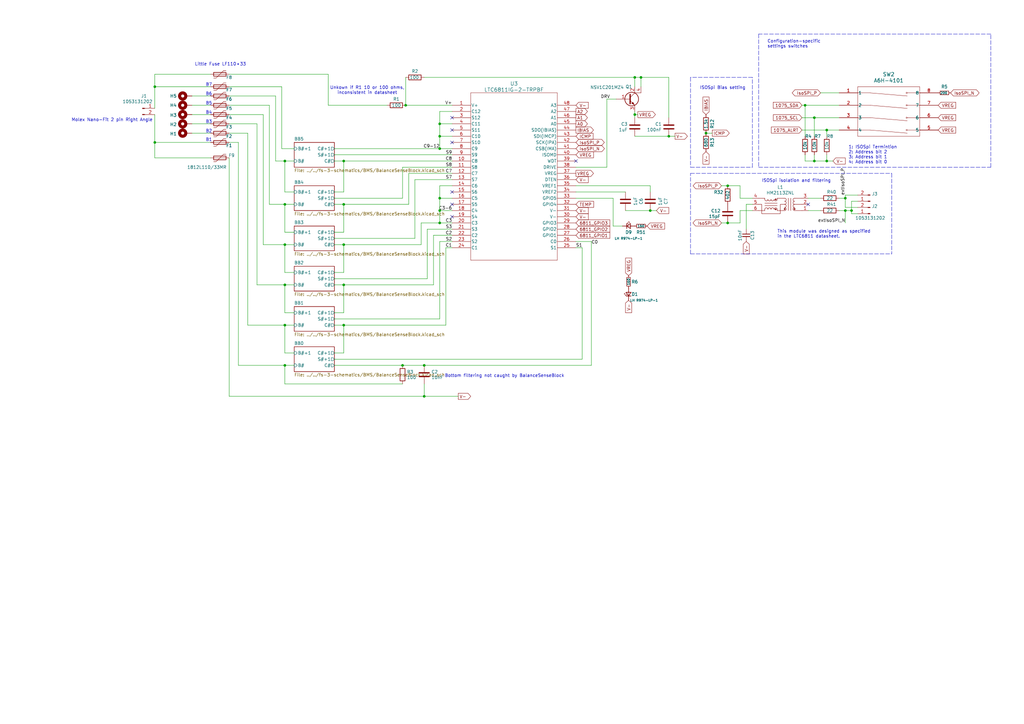
<source format=kicad_sch>
(kicad_sch (version 20250114) (generator "eeschema") (generator_version "9.0")
  (paper "A3")
  (title_block (rev "2.1"))
  (lib_symbols
    (symbol "Connector:Conn_01x02_Pin" (pin_names (offset 1.016) (hide yes))
      (property "Reference" "J" (at 0 2.54 0))
      (property "Value" "Conn_01x02_Pin" (at 0 -5.08 0))
      (symbol "Conn_01x02_Pin_1_1"
        (rectangle (start 0.8636 0.127) (end 0 -0.127) (stroke (width 0.1524)) (fill (type outline)))
        (rectangle (start 0.8636 -2.413) (end 0 -2.667) (stroke (width 0.1524)) (fill (type outline)))
        (polyline (pts (xy 1.27 0) (xy 0.8636 0)) (stroke (width 0.1524)))
        (polyline (pts (xy 1.27 -2.54) (xy 0.8636 -2.54)) (stroke (width 0.1524)))
        (pin passive line (at 5.08 0 180) (length 3.81) (name "Pin_1") (number "1"))
        (pin passive line (at 5.08 -2.54 180) (length 3.81) (name "Pin_2") (number "2"))
      )
    )
    (symbol "Device:C" (pin_numbers (hide yes)) (pin_names (offset 0.254))
      (property "Reference" "C" (at 0.635 2.54 0))
      (property "Value" "C" (at 0.635 -2.54 0))
      (symbol "C_0_1"
        (polyline (pts (xy -2.032 0.762) (xy 2.032 0.762)) (stroke (width 0.508)))
        (polyline (pts (xy -2.032 -0.762) (xy 2.032 -0.762)) (stroke (width 0.508)))
      )
      (symbol "C_1_1"
        (pin passive line (at 0 3.81 270) (length 2.794) (name "~") (number "1"))
        (pin passive line (at 0 -3.81 90) (length 2.794) (name "~") (number "2"))
      )
    )
    (symbol "Device:C_Small" (pin_numbers (hide yes)) (pin_names (offset 0.254) (hide yes))
      (property "Reference" "C" (at 0.254 1.778 0))
      (property "Value" "C_Small" (at 0.254 -2.032 0))
      (symbol "C_Small_0_1"
        (polyline (pts (xy -1.524 0.508) (xy 1.524 0.508)) (stroke (width 0.3048)))
        (polyline (pts (xy -1.524 -0.508) (xy 1.524 -0.508)) (stroke (width 0.3302)))
      )
      (symbol "C_Small_1_1"
        (pin passive line (at 0 2.54 270) (length 2.032) (name "~") (number "1"))
        (pin passive line (at 0 -2.54 90) (length 2.032) (name "~") (number "2"))
      )
    )
    (symbol "Device:LED_Small" (pin_numbers (hide yes)) (pin_names (offset 0.254) (hide yes))
      (property "Reference" "D" (at -1.27 3.175 0))
      (property "Value" "LED_Small" (at -4.445 -2.54 0))
      (symbol "LED_Small_0_1"
        (polyline (pts (xy -0.762 -1.016) (xy -0.762 1.016)) (stroke (width 0.254)))
        (polyline (pts (xy 0 0.762) (xy -0.508 1.27) (xy -0.254 1.27) (xy -0.508 1.27) (xy -0.508 1.016)))
        (polyline (pts (xy 0.508 1.27) (xy 0 1.778) (xy 0.254 1.778) (xy 0 1.778) (xy 0 1.524)))
        (polyline (pts (xy 0.762 -1.016) (xy -0.762 0) (xy 0.762 1.016) (xy 0.762 -1.016)) (stroke (width 0.254)))
        (polyline (pts (xy 1.016 0) (xy -0.762 0)))
      )
      (symbol "LED_Small_1_1"
        (pin passive line (at -2.54 0 0) (length 1.778) (name "K") (number "1"))
        (pin passive line (at 2.54 0 180) (length 1.778) (name "A") (number "2"))
      )
    )
    (symbol "Device:Polyfuse" (pin_numbers (hide yes)) (pin_names (offset 0))
      (property "Reference" "F" (at -2.54 0 90))
      (property "Value" "Polyfuse" (at 2.54 0 90))
      (symbol "Polyfuse_0_1"
        (polyline (pts (xy -1.524 2.54) (xy -1.524 1.524) (xy 1.524 -1.524) (xy 1.524 -2.54)))
        (rectangle (start -0.762 2.54) (end 0.762 -2.54) (stroke (width 0.254)))
        (polyline (pts (xy 0 2.54) (xy 0 -2.54)))
      )
      (symbol "Polyfuse_1_1"
        (pin passive line (at 0 3.81 270) (length 1.27) (name "~") (number "1"))
        (pin passive line (at 0 -3.81 90) (length 1.27) (name "~") (number "2"))
      )
    )
    (symbol "Device:Q_NPN_BCEC" (pin_names (offset 0) (hide yes))
      (property "Reference" "Q" (at 5.08 1.27 0))
      (property "Value" "Q_NPN_BCEC" (at 5.08 -1.27 0))
      (symbol "Q_NPN_BCEC_0_1"
        (polyline (pts (xy 0.635 1.905) (xy 0.635 -1.905) (xy 0.635 -1.905)) (stroke (width 0.508)))
        (polyline (pts (xy 0.635 0.635) (xy 2.54 2.54)))
        (polyline (pts (xy 0.635 -0.635) (xy 2.54 -2.54) (xy 2.54 -2.54)))
        (circle (center 1.27 0) (radius 2.8194) (stroke (width 0.254)))
        (polyline (pts (xy 1.27 -1.778) (xy 1.778 -1.27) (xy 2.286 -2.286) (xy 1.27 -1.778) (xy 1.27 -1.778)) (fill (type outline)))
        (polyline (pts (xy 2.54 2.54) (xy 5.08 2.54)))
      )
      (symbol "Q_NPN_BCEC_1_1"
        (pin input line (at -5.08 0 0) (length 5.715) (name "B") (number "1"))
        (pin passive line (at 2.54 5.08 270) (length 2.54) (name "C") (number "2"))
        (pin passive line (at 2.54 -5.08 90) (length 2.54) (name "E") (number "3"))
        (pin passive line (at 5.08 5.08 270) (length 2.54) (name "C") (number "4"))
      )
    )
    (symbol "Device:R" (pin_numbers (hide yes)) (pin_names (offset 0))
      (property "Reference" "R" (at 2.032 0 90))
      (property "Value" "R" (at 0 0 90))
      (symbol "R_0_1"
        (rectangle (start -1.016 -2.54) (end 1.016 2.54) (stroke (width 0.254)))
      )
      (symbol "R_1_1"
        (pin passive line (at 0 3.81 270) (length 1.27) (name "~") (number "1"))
        (pin passive line (at 0 -3.81 90) (length 1.27) (name "~") (number "2"))
      )
    )
    (symbol "Device:R_Small" (pin_numbers (hide yes)) (pin_names (offset 0.254) (hide yes))
      (property "Reference" "R" (at 0.762 0.508 0))
      (property "Value" "R_Small" (at 0.762 -1.016 0))
      (symbol "R_Small_0_1"
        (rectangle (start -0.762 1.778) (end 0.762 -1.778) (stroke (width 0.2032)))
      )
      (symbol "R_Small_1_1"
        (pin passive line (at 0 2.54 270) (length 0.762) (name "~") (number "1"))
        (pin passive line (at 0 -2.54 90) (length 0.762) (name "~") (number "2"))
      )
    )
    (symbol "FSSymbols:HM2113ZNL" (pin_names (offset 0.254) (hide yes))
      (property "Reference" "L" (at 0 7.62 0))
      (property "Value" "HM2113ZNL" (at 0 5.08 0))
      (symbol "HM2113ZNL_0_1"
        (polyline (pts (xy -8.89 2.54) (xy -6.35 2.54)))
        (polyline (pts (xy -8.89 0) (xy -7.62 0) (xy -7.62 -3.81) (xy 0 -3.81) (xy 0 0) (xy 1.778 0)))
        (polyline (pts (xy -6.35 2.54) (xy -6.35 2.032)))
        (polyline (pts (xy -6.35 -0.508) (xy -1.27 -0.508)))
        (polyline (pts (xy -6.35 -2.032) (xy -6.35 -2.54)))
        (polyline (pts (xy -6.35 -2.54) (xy -8.89 -2.54)))
        (arc (start -5.08 2.032) (mid -5.715 1.397) (end -6.35 2.032))
        (arc (start -6.35 -2.032) (mid -5.715 -1.397) (end -5.08 -2.032))
        (arc (start -3.81 2.032) (mid -4.445 1.397) (end -5.08 2.032))
        (arc (start -5.08 -2.032) (mid -4.445 -1.397) (end -3.81 -2.032))
        (arc (start -2.54 2.032) (mid -3.175 1.397) (end -3.81 2.032))
        (arc (start -3.81 -2.032) (mid -3.175 -1.397) (end -2.54 -2.032))
        (circle (center -1.905 2.032) (radius 0.254) (fill (type outline)))
        (arc (start -1.27 2.032) (mid -1.905 1.397) (end -2.54 2.032))
        (arc (start -2.54 -2.032) (mid -1.905 -1.397) (end -1.27 -2.032))
        (circle (center -1.905 -2.032) (radius 0.254) (fill (type outline)))
        (polyline (pts (xy -1.27 2.032) (xy -1.27 2.54)))
        (polyline (pts (xy -1.27 0.508) (xy -6.35 0.508)))
        (polyline (pts (xy -1.27 -2.032) (xy -1.27 -2.54)))
        (polyline (pts (xy -1.27 -2.54) (xy 1.27 -2.54)))
        (polyline (pts (xy 1.27 2.54) (xy -1.27 2.54)))
        (polyline (pts (xy 1.27 2.54) (xy 1.778 2.54)))
        (arc (start 1.778 2.54) (mid 2.413 1.905) (end 1.778 1.27))
        (arc (start 1.778 1.27) (mid 2.413 0.635) (end 1.778 0))
        (arc (start 1.778 0) (mid 2.413 -0.635) (end 1.778 -1.27))
        (arc (start 1.778 -1.27) (mid 2.413 -1.905) (end 1.778 -2.54))
        (circle (center 1.778 -1.905) (radius 0.254) (fill (type outline)))
        (polyline (pts (xy 1.778 -2.54) (xy 1.27 -2.54)))
        (polyline (pts (xy 3.302 -2.54) (xy 3.302 2.54)))
        (polyline (pts (xy 4.318 2.54) (xy 4.318 -2.54)))
        (polyline (pts (xy 5.842 2.54) (xy 6.35 2.54)))
        (arc (start 5.842 1.27) (mid 5.207 1.905) (end 5.842 2.54))
        (arc (start 5.842 0) (mid 5.207 0.635) (end 5.842 1.27))
        (arc (start 5.842 -1.27) (mid 5.207 -0.635) (end 5.842 0))
        (circle (center 5.842 -1.905) (radius 0.254) (fill (type outline)))
        (arc (start 5.842 -2.54) (mid 5.207 -1.905) (end 5.842 -1.27))
        (polyline (pts (xy 5.842 -2.54) (xy 8.89 -2.54)))
        (polyline (pts (xy 6.35 2.54) (xy 8.89 2.54)))
        (polyline (pts (xy 8.89 0) (xy 5.842 0)))
      )
      (symbol "HM2113ZNL_1_1"
        (pin passive line (at -11.43 2.54 0) (length 2.54) (name "4") (number "4"))
        (pin passive line (at -11.43 0 0) (length 2.54) (name "5") (number "5"))
        (pin passive line (at -11.43 -2.54 0) (length 2.54) (name "6") (number "6"))
        (pin passive line (at 11.43 2.54 180) (length 2.54) (name "3") (number "3"))
        (pin passive line (at 11.43 0 180) (length 2.54) (name "2") (number "2"))
        (pin passive line (at 11.43 -2.54 180) (length 2.54) (name "1") (number "1"))
      )
    )
    (symbol "FS_3_Global_Symbol_Library:A6H-4101" (pin_names (offset 0.254))
      (property "Reference" "SW" (at 20.32 7.62 0))
      (property "Value" "A6H-4101" (at 20.32 5.08 0))
      (symbol "A6H-4101_0_1"
        (polyline (pts (xy 7.62 2.54) (xy 7.62 -17.78)) (stroke (width 0.127)))
        (polyline (pts (xy 7.62 -17.78) (xy 33.02 -17.78)) (stroke (width 0.127)))
        (polyline (pts (xy 12.7 0) (xy 7.62 0)) (stroke (width 0.127)))
        (polyline (pts (xy 12.7 0) (xy 27.94 -1.27)) (stroke (width 0.127)))
        (polyline (pts (xy 12.7 -5.08) (xy 7.62 -5.08)) (stroke (width 0.127)))
        (polyline (pts (xy 12.7 -5.08) (xy 27.94 -6.35)) (stroke (width 0.127)))
        (polyline (pts (xy 12.7 -10.16) (xy 7.62 -10.16)) (stroke (width 0.127)))
        (polyline (pts (xy 12.7 -10.16) (xy 27.94 -11.43)) (stroke (width 0.127)))
        (polyline (pts (xy 12.7 -15.24) (xy 7.62 -15.24)) (stroke (width 0.127)))
        (polyline (pts (xy 12.7 -15.24) (xy 27.94 -16.51)) (stroke (width 0.127)))
        (circle (center 27.686 0) (radius 0.254) (stroke (width 0.127)))
        (circle (center 27.686 -5.08) (radius 0.254) (stroke (width 0.127)))
        (circle (center 27.686 -10.16) (radius 0.254) (stroke (width 0.127)))
        (circle (center 27.686 -15.24) (radius 0.254) (stroke (width 0.127)))
        (polyline (pts (xy 27.94 0) (xy 33.02 0)) (stroke (width 0.127)))
        (polyline (pts (xy 27.94 -5.08) (xy 33.02 -5.08)) (stroke (width 0.127)))
        (polyline (pts (xy 27.94 -10.16) (xy 33.02 -10.16)) (stroke (width 0.127)))
        (polyline (pts (xy 27.94 -15.24) (xy 33.02 -15.24)) (stroke (width 0.127)))
        (polyline (pts (xy 33.02 2.54) (xy 7.62 2.54)) (stroke (width 0.127)))
        (polyline (pts (xy 33.02 -17.78) (xy 33.02 2.54)) (stroke (width 0.127)))
        (pin unspecified line (at 0 0 0) (length 7.62) (name "1") (number "1"))
        (pin unspecified line (at 0 -5.08 0) (length 7.62) (name "2") (number "2"))
        (pin unspecified line (at 0 -10.16 0) (length 7.62) (name "3") (number "3"))
        (pin unspecified line (at 0 -15.24 0) (length 7.62) (name "4") (number "4"))
        (pin unspecified line (at 40.64 0 180) (length 7.62) (name "8") (number "8"))
        (pin unspecified line (at 40.64 -5.08 180) (length 7.62) (name "7") (number "7"))
        (pin unspecified line (at 40.64 -10.16 180) (length 7.62) (name "6") (number "6"))
        (pin unspecified line (at 40.64 -15.24 180) (length 7.62) (name "5") (number "5"))
      )
    )
    (symbol "FS_3_Global_Symbol_Library:LTC6811IG-2-TRPBF" (pin_names (offset 0.254))
      (property "Reference" "U" (at 25.4 10.16 0))
      (property "Value" "LTC6811IG-2-TRPBF" (at 25.4 7.62 0))
      (symbol "LTC6811IG-2-TRPBF_0_1"
        (polyline (pts (xy 7.62 5.08) (xy 7.62 -63.5)) (stroke (width 0.127)))
        (polyline (pts (xy 7.62 -63.5) (xy 43.18 -63.5)) (stroke (width 0.127)))
        (polyline (pts (xy 43.18 5.08) (xy 7.62 5.08)) (stroke (width 0.127)))
        (polyline (pts (xy 43.18 -63.5) (xy 43.18 5.08)) (stroke (width 0.127)))
        (pin power_in line (at 0 0 0) (length 7.62) (name "V+") (number "1"))
        (pin input line (at 0 -2.54 0) (length 7.62) (name "C12") (number "2"))
        (pin bidirectional line (at 0 -5.08 0) (length 7.62) (name "S12") (number "3"))
        (pin input line (at 0 -7.62 0) (length 7.62) (name "C11") (number "4"))
        (pin bidirectional line (at 0 -10.16 0) (length 7.62) (name "S11") (number "5"))
        (pin input line (at 0 -12.7 0) (length 7.62) (name "C10") (number "6"))
        (pin bidirectional line (at 0 -15.24 0) (length 7.62) (name "S10") (number "7"))
        (pin input line (at 0 -17.78 0) (length 7.62) (name "C9") (number "8"))
        (pin bidirectional line (at 0 -20.32 0) (length 7.62) (name "S9") (number "9"))
        (pin input line (at 0 -22.86 0) (length 7.62) (name "C8") (number "10"))
        (pin bidirectional line (at 0 -25.4 0) (length 7.62) (name "S8") (number "11"))
        (pin input line (at 0 -27.94 0) (length 7.62) (name "C7") (number "12"))
        (pin bidirectional line (at 0 -30.48 0) (length 7.62) (name "S7") (number "13"))
        (pin input line (at 0 -33.02 0) (length 7.62) (name "C6") (number "14"))
        (pin bidirectional line (at 0 -35.56 0) (length 7.62) (name "S6") (number "15"))
        (pin input line (at 0 -38.1 0) (length 7.62) (name "C5") (number "16"))
        (pin bidirectional line (at 0 -40.64 0) (length 7.62) (name "S5") (number "17"))
        (pin input line (at 0 -43.18 0) (length 7.62) (name "C4") (number "18"))
        (pin bidirectional line (at 0 -45.72 0) (length 7.62) (name "S4") (number "19"))
        (pin input line (at 0 -48.26 0) (length 7.62) (name "C3") (number "20"))
        (pin bidirectional line (at 0 -50.8 0) (length 7.62) (name "S3") (number "21"))
        (pin input line (at 0 -53.34 0) (length 7.62) (name "C2") (number "22"))
        (pin bidirectional line (at 0 -55.88 0) (length 7.62) (name "S2") (number "23"))
        (pin input line (at 0 -58.42 0) (length 7.62) (name "C1") (number "24"))
        (pin input line (at 50.8 0 180) (length 7.62) (name "A3") (number "48"))
        (pin input line (at 50.8 -2.54 180) (length 7.62) (name "A2") (number "47"))
        (pin input line (at 50.8 -5.08 180) (length 7.62) (name "A1") (number "46"))
        (pin input line (at 50.8 -7.62 180) (length 7.62) (name "A0") (number "45"))
        (pin unspecified line (at 50.8 -10.16 180) (length 7.62) (name "SDO(IBIAS)") (number "44"))
        (pin unspecified line (at 50.8 -12.7 180) (length 7.62) (name "SDI(IMCP)") (number "43"))
        (pin bidirectional line (at 50.8 -15.24 180) (length 7.62) (name "SCK(IPA)") (number "42"))
        (pin bidirectional line (at 50.8 -17.78 180) (length 7.62) (name "CSB(IMA)") (number "41"))
        (pin unspecified line (at 50.8 -20.32 180) (length 7.62) (name "ISOMD") (number "40"))
        (pin output line (at 50.8 -22.86 180) (length 7.62) (name "WDT") (number "39"))
        (pin power_in line (at 50.8 -25.4 180) (length 7.62) (name "DRIVE") (number "38"))
        (pin power_in line (at 50.8 -27.94 180) (length 7.62) (name "VREG") (number "37"))
        (pin input line (at 50.8 -30.48 180) (length 7.62) (name "DTEN") (number "36"))
        (pin power_in line (at 50.8 -33.02 180) (length 7.62) (name "VREF1") (number "35"))
        (pin power_in line (at 50.8 -35.56 180) (length 7.62) (name "VREF2") (number "34"))
        (pin bidirectional line (at 50.8 -38.1 180) (length 7.62) (name "GPIO5") (number "33"))
        (pin bidirectional line (at 50.8 -40.64 180) (length 7.62) (name "GPIO4") (number "32"))
        (pin power_in line (at 50.8 -43.18 180) (length 7.62) (name "V-") (number "31"))
        (pin power_in line (at 50.8 -45.72 180) (length 7.62) (name "V-") (number "30"))
        (pin bidirectional line (at 50.8 -48.26 180) (length 7.62) (name "GPIO3") (number "29"))
        (pin bidirectional line (at 50.8 -50.8 180) (length 7.62) (name "GPIO2") (number "28"))
        (pin bidirectional line (at 50.8 -53.34 180) (length 7.62) (name "GPIO1") (number "27"))
        (pin input line (at 50.8 -55.88 180) (length 7.62) (name "C0") (number "26"))
        (pin bidirectional line (at 50.8 -58.42 180) (length 7.62) (name "S1") (number "25"))
      )
    )
    (symbol "Mechanical:MountingHole_Pad" (pin_numbers (hide yes)) (pin_names (offset 1.016) (hide yes)) (exclude_from_sim yes) (in_bom no)
      (property "Reference" "H" (at 0 6.35 0))
      (property "Value" "MountingHole_Pad" (at 0 4.445 0))
      (symbol "MountingHole_Pad_0_1"
        (circle (center 0 1.27) (radius 1.27) (stroke (width 1.27)))
      )
      (symbol "MountingHole_Pad_1_1"
        (pin input line (at 0 -2.54 90) (length 2.54) (name "1") (number "1"))
      )
    )
  )
  (text "ISOSpi Bias setting" (at 287.02 36.83 0) (effects (font (size 1.27 1.27)) (justify left bottom)))
  (text "Bottom filtering not caught by BalanceSenseBlock" (at 182.372 154.94 0) (effects (font (size 1.27 1.27)) (justify left bottom)))
  (text "B6\n" (at 84.328 39.37 0) (effects (font (size 1.27 1.27)) (justify left bottom)))
  (text "This module was designed as specified\nin the LTC6811 datasheet." (at 318.77 97.79 0) (effects (font (size 1.27 1.27)) (justify left bottom)))
  (text "B5\n" (at 84.328 43.18 0) (effects (font (size 1.27 1.27)) (justify left bottom)))
  (text "Configuration-specific\nsettings switches" (at 314.706 19.812 0) (effects (font (size 1.27 1.27)) (justify left bottom)))
  (text "Little Fuse LF110•33" (at 90.424 26.416 0) (effects (font (size 1.27 1.27))))
  (text "Unkown if R1 10 or 100 ohms,\ninconsistent in datasheet" (at 150.622 37.084 0) (effects (font (size 1.27 1.27))))
  (text "Molex Nano-Fit 2 pin Right Angle\n" (at 45.974 49.276 0) (effects (font (size 1.27 1.27))))
  (text "1: ISOSpi Termintion\n2: Address bit 2\n3: Address bit 1\n4: Address bit 0" (at 347.98 67.31 0) (effects (font (size 1.27 1.27)) (justify left bottom)))
  (text "B4" (at 84.328 46.99 0) (effects (font (size 1.27 1.27)) (justify left bottom)))
  (text "B2\n" (at 84.328 54.61 0) (effects (font (size 1.27 1.27)) (justify left bottom)))
  (text "B7" (at 84.328 35.56 0) (effects (font (size 1.27 1.27)) (justify left bottom)))
  (text "ISOSpi isolation and filtering" (at 312.42 74.93 0) (effects (font (size 1.27 1.27)) (justify left bottom)))
  (text "B3\n" (at 84.328 50.8 0) (effects (font (size 1.27 1.27)) (justify left bottom)))
  (text "B1\n" (at 84.328 58.166 0) (effects (font (size 1.27 1.27)) (justify left bottom)))
  (junction (at 180.34 86.36))
  (junction (at 260.35 46.99))
  (junction (at 116.84 83.82))
  (junction (at 140.97 83.82))
  (junction (at 298.45 91.44))
  (junction (at 140.97 100.33))
  (junction (at 116.84 66.04))
  (junction (at 63.5 58.42))
  (junction (at 180.34 81.28))
  (junction (at 173.99 162.56))
  (junction (at 298.45 76.2))
  (junction (at 140.97 66.04))
  (junction (at 180.34 60.96))
  (junction (at 334.01 66.04))
  (junction (at 63.5 35.56))
  (junction (at 266.7 86.36))
  (junction (at 116.84 133.35))
  (junction (at 165.1 149.86))
  (junction (at 289.56 54.61))
  (junction (at 116.84 116.84))
  (junction (at 140.97 133.35))
  (junction (at 140.97 116.84))
  (junction (at 346.71 81.28))
  (junction (at 339.09 66.04))
  (junction (at 180.34 91.44))
  (junction (at 166.37 43.18))
  (junction (at 260.35 31.75))
  (junction (at 116.84 149.86))
  (junction (at 346.71 86.36))
  (junction (at 180.34 50.8))
  (junction (at 262.89 31.75))
  (junction (at 349.25 86.36))
  (junction (at 180.34 55.88))
  (junction (at 173.99 149.86))
  (junction (at 116.84 100.33))
  (junction (at 330.2 43.18))
  (junction (at 334.01 48.26))
  (junction (at 274.32 55.88))
  (junction (at 339.09 53.34))
  (no_connect (at 185.42 78.74))
  (no_connect (at 185.42 58.42))
  (no_connect (at 331.47 83.82))
  (no_connect (at 185.42 88.9))
  (no_connect (at 185.42 83.82))
  (no_connect (at 185.42 48.26))
  (no_connect (at 236.22 66.04))
  (no_connect (at 185.42 53.34))
  (wire (pts (xy 261.62 46.99) (xy 260.35 46.99)))
  (wire (pts (xy 137.16 60.96) (xy 180.34 60.96)))
  (wire (pts (xy 346.71 86.36) (xy 344.17 86.36)))
  (wire (pts (xy 334.01 48.26) (xy 334.01 55.88)))
  (wire (pts (xy 349.25 86.36) (xy 346.71 86.36)))
  (wire (pts (xy 349.25 86.36) (xy 349.25 87.63)))
  (wire (pts (xy 120.65 78.74) (xy 116.84 78.74)))
  (wire (pts (xy 182.88 101.6) (xy 185.42 101.6)))
  (wire (pts (xy 137.16 133.35) (xy 140.97 133.35)))
  (wire (pts (xy 173.99 31.75) (xy 260.35 31.75)))
  (wire (pts (xy 110.49 83.82) (xy 116.84 83.82)))
  (wire (pts (xy 334.01 66.04) (xy 334.01 63.5)))
  (wire (pts (xy 107.95 100.33) (xy 116.84 100.33)))
  (wire (pts (xy 116.84 83.82) (xy 116.84 95.25)))
  (wire (pts (xy 180.34 76.2) (xy 185.42 76.2)))
  (wire (pts (xy 180.34 81.28) (xy 180.34 76.2)))
  (wire (pts (xy 260.35 55.88) (xy 274.32 55.88)))
  (wire (pts (xy 97.79 149.86) (xy 116.84 149.86)))
  (wire (pts (xy 116.84 111.76) (xy 120.65 111.76)))
  (wire (pts (xy 170.18 73.66) (xy 170.18 97.79)))
  (wire (pts (xy 116.84 66.04) (xy 116.84 78.74)))
  (wire (pts (xy 238.76 101.6) (xy 238.76 147.32)))
  (wire (pts (xy 120.65 144.78) (xy 116.84 144.78)))
  (wire (pts (xy 180.34 45.72) (xy 185.42 45.72)))
  (wire (pts (xy 116.84 133.35) (xy 120.65 133.35)))
  (wire (pts (xy 137.16 114.3) (xy 175.26 114.3)))
  (wire (pts (xy 346.71 81.28) (xy 346.71 85.09)))
  (wire (pts (xy 177.8 116.84) (xy 177.8 96.52)))
  (wire (pts (xy 344.17 81.28) (xy 346.71 81.28)))
  (wire (pts (xy 172.72 91.44) (xy 172.72 100.33)))
  (wire (pts (xy 172.72 91.44) (xy 180.34 91.44)))
  (wire (pts (xy 115.57 35.56) (xy 115.57 60.96)))
  (wire (pts (xy 182.88 101.6) (xy 182.88 133.35)))
  (wire (pts (xy 101.6 133.35) (xy 116.84 133.35)))
  (wire (pts (xy 63.5 35.56) (xy 86.36 35.56)))
  (wire (pts (xy 137.16 78.74) (xy 140.97 78.74)))
  (wire (pts (xy 256.54 86.36) (xy 266.7 86.36)))
  (wire (pts (xy 173.99 162.56) (xy 187.96 162.56)))
  (wire (pts (xy 120.65 128.27) (xy 116.84 128.27)))
  (wire (pts (xy 242.57 99.06) (xy 242.57 149.86)))
  (wire (pts (xy 180.34 55.88) (xy 180.34 60.96)))
  (wire (pts (xy 328.93 53.34) (xy 339.09 53.34)))
  (wire (pts (xy 113.03 66.04) (xy 116.84 66.04)))
  (wire (pts (xy 137.16 111.76) (xy 140.97 111.76)))
  (wire (pts (xy 349.25 82.55) (xy 351.79 82.55)))
  (wire (pts (xy 165.1 68.58) (xy 185.42 68.58)))
  (wire (pts (xy 140.97 116.84) (xy 177.8 116.84)))
  (wire (pts (xy 336.55 86.36) (xy 331.47 86.36)))
  (wire (pts (xy 93.98 46.99) (xy 107.95 46.99)))
  (wire (pts (xy 137.16 130.81) (xy 180.34 130.81)))
  (wire (pts (xy 298.45 76.2) (xy 303.53 76.2)))
  (wire (pts (xy 330.2 43.18) (xy 330.2 55.88)))
  (wire (pts (xy 140.97 100.33) (xy 172.72 100.33)))
  (wire (pts (xy 251.46 81.28) (xy 236.22 81.28)))
  (wire (pts (xy 116.84 144.78) (xy 116.84 133.35)))
  (wire (pts (xy 274.32 55.88) (xy 276.86 55.88)))
  (wire (pts (xy 116.84 95.25) (xy 120.65 95.25)))
  (wire (pts (xy 115.57 35.56) (xy 93.98 35.56)))
  (wire (pts (xy 107.95 46.99) (xy 107.95 100.33)))
  (polyline (pts (xy 283.21 104.14) (xy 283.21 71.12)) (stroke (width 0) (type dash)))
  (wire (pts (xy 101.6 54.61) (xy 101.6 133.35)))
  (wire (pts (xy 180.34 60.96) (xy 185.42 60.96)))
  (wire (pts (xy 180.34 55.88) (xy 185.42 55.88)))
  (wire (pts (xy 303.53 81.28) (xy 308.61 81.28)))
  (wire (pts (xy 339.09 55.88) (xy 339.09 53.34)))
  (wire (pts (xy 170.18 73.66) (xy 185.42 73.66)))
  (wire (pts (xy 248.92 40.64) (xy 252.73 40.64)))
  (wire (pts (xy 262.89 31.75) (xy 274.32 31.75)))
  (wire (pts (xy 93.98 50.8) (xy 105.41 50.8)))
  (wire (pts (xy 140.97 111.76) (xy 140.97 100.33)))
  (wire (pts (xy 165.1 81.28) (xy 165.1 68.58)))
  (wire (pts (xy 349.25 87.63) (xy 351.79 87.63)))
  (wire (pts (xy 260.35 31.75) (xy 262.89 31.75)))
  (wire (pts (xy 116.84 83.82) (xy 120.65 83.82)))
  (wire (pts (xy 165.1 149.86) (xy 173.99 149.86)))
  (wire (pts (xy 93.98 64.77) (xy 93.98 162.56)))
  (wire (pts (xy 180.34 45.72) (xy 180.34 50.8)))
  (wire (pts (xy 262.89 31.75) (xy 262.89 35.56)))
  (wire (pts (xy 140.97 144.78) (xy 140.97 133.35)))
  (wire (pts (xy 303.53 76.2) (xy 303.53 81.28)))
  (wire (pts (xy 242.57 99.06) (xy 236.22 99.06)))
  (wire (pts (xy 137.16 63.5) (xy 185.42 63.5)))
  (wire (pts (xy 105.41 50.8) (xy 105.41 116.84)))
  (wire (pts (xy 140.97 83.82) (xy 137.16 83.82)))
  (wire (pts (xy 180.34 99.06) (xy 180.34 130.81)))
  (wire (pts (xy 346.71 80.01) (xy 346.71 81.28)))
  (wire (pts (xy 140.97 66.04) (xy 137.16 66.04)))
  (wire (pts (xy 93.98 30.48) (xy 134.62 30.48)))
  (wire (pts (xy 110.49 43.18) (xy 110.49 83.82)))
  (wire (pts (xy 303.53 86.36) (xy 303.53 91.44)))
  (polyline (pts (xy 283.21 104.14) (xy 365.76 104.14)) (stroke (width 0) (type dash)))
  (wire (pts (xy 140.97 83.82) (xy 167.64 83.82)))
  (wire (pts (xy 140.97 116.84) (xy 137.16 116.84)))
  (wire (pts (xy 116.84 128.27) (xy 116.84 116.84)))
  (wire (pts (xy 116.84 157.48) (xy 165.1 157.48)))
  (wire (pts (xy 238.76 101.6) (xy 236.22 101.6)))
  (wire (pts (xy 330.2 43.18) (xy 344.17 43.18)))
  (wire (pts (xy 339.09 63.5) (xy 339.09 66.04)))
  (wire (pts (xy 251.46 92.71) (xy 251.46 81.28)))
  (wire (pts (xy 93.98 162.56) (xy 173.99 162.56)))
  (wire (pts (xy 120.65 60.96) (xy 115.57 60.96)))
  (wire (pts (xy 120.65 66.04) (xy 116.84 66.04)))
  (wire (pts (xy 63.5 30.48) (xy 63.5 35.56)))
  (wire (pts (xy 140.97 128.27) (xy 140.97 116.84)))
  (wire (pts (xy 266.7 76.2) (xy 266.7 78.74)))
  (wire (pts (xy 78.74 39.37) (xy 86.36 39.37)))
  (wire (pts (xy 330.2 66.04) (xy 334.01 66.04)))
  (wire (pts (xy 120.65 149.86) (xy 116.84 149.86)))
  (wire (pts (xy 180.34 99.06) (xy 185.42 99.06)))
  (wire (pts (xy 93.98 39.37) (xy 113.03 39.37)))
  (wire (pts (xy 180.34 81.28) (xy 185.42 81.28)))
  (polyline (pts (xy 406.4 13.97) (xy 311.15 13.97)) (stroke (width 0) (type dash)))
  (wire (pts (xy 180.34 91.44) (xy 185.42 91.44)))
  (wire (pts (xy 334.01 48.26) (xy 344.17 48.26)))
  (wire (pts (xy 105.41 116.84) (xy 116.84 116.84)))
  (wire (pts (xy 78.74 46.99) (xy 86.36 46.99)))
  (wire (pts (xy 116.84 149.86) (xy 116.84 157.48)))
  (polyline (pts (xy 311.15 68.58) (xy 406.4 68.58)) (stroke (width 0) (type dash)))
  (polyline (pts (xy 311.15 13.97) (xy 311.15 68.58)) (stroke (width 0) (type dash)))
  (polyline (pts (xy 283.21 31.75) (xy 283.21 68.58)) (stroke (width 0) (type dash)))
  (wire (pts (xy 166.37 31.75) (xy 166.37 43.18)))
  (wire (pts (xy 248.92 40.64) (xy 248.92 68.58)))
  (wire (pts (xy 120.65 100.33) (xy 116.84 100.33)))
  (wire (pts (xy 180.34 50.8) (xy 185.42 50.8)))
  (wire (pts (xy 303.53 86.36) (xy 308.61 86.36)))
  (wire (pts (xy 140.97 66.04) (xy 140.97 78.74)))
  (wire (pts (xy 260.35 46.99) (xy 260.35 45.72)))
  (wire (pts (xy 167.64 71.12) (xy 167.64 83.82)))
  (wire (pts (xy 295.91 91.44) (xy 298.45 91.44)))
  (wire (pts (xy 180.34 50.8) (xy 180.34 55.88)))
  (wire (pts (xy 331.47 81.28) (xy 336.55 81.28)))
  (wire (pts (xy 180.34 86.36) (xy 185.42 86.36)))
  (wire (pts (xy 140.97 100.33) (xy 137.16 100.33)))
  (wire (pts (xy 63.5 58.42) (xy 86.36 58.42)))
  (polyline (pts (xy 308.61 31.75) (xy 283.21 31.75)) (stroke (width 0) (type dash)))
  (wire (pts (xy 116.84 100.33) (xy 116.84 111.76)))
  (wire (pts (xy 140.97 83.82) (xy 140.97 95.25)))
  (polyline (pts (xy 308.61 68.58) (xy 308.61 31.75)) (stroke (width 0) (type dash)))
  (wire (pts (xy 86.36 64.77) (xy 63.5 64.77)))
  (wire (pts (xy 140.97 133.35) (xy 182.88 133.35)))
  (wire (pts (xy 63.5 64.77) (xy 63.5 58.42)))
  (wire (pts (xy 349.25 86.36) (xy 349.25 82.55)))
  (polyline (pts (xy 406.4 68.58) (xy 406.4 13.97)) (stroke (width 0) (type dash)))
  (wire (pts (xy 339.09 66.04) (xy 334.01 66.04)))
  (wire (pts (xy 137.16 81.28) (xy 165.1 81.28)))
  (wire (pts (xy 93.98 54.61) (xy 101.6 54.61)))
  (wire (pts (xy 339.09 53.34) (xy 344.17 53.34)))
  (polyline (pts (xy 365.76 71.12) (xy 365.76 104.14)) (stroke (width 0) (type dash)))
  (wire (pts (xy 120.65 116.84) (xy 116.84 116.84)))
  (polyline (pts (xy 283.21 68.58) (xy 308.61 68.58)) (stroke (width 0) (type dash)))
  (polyline (pts (xy 283.21 71.12) (xy 365.76 71.12)) (stroke (width 0) (type dash)))
  (wire (pts (xy 137.16 128.27) (xy 140.97 128.27)))
  (wire (pts (xy 328.93 48.26) (xy 334.01 48.26)))
  (wire (pts (xy 274.32 31.75) (xy 274.32 48.26)))
  (wire (pts (xy 180.34 81.28) (xy 180.34 86.36)))
  (wire (pts (xy 140.97 66.04) (xy 185.42 66.04)))
  (wire (pts (xy 158.75 43.18) (xy 134.62 43.18)))
  (wire (pts (xy 330.2 63.5) (xy 330.2 66.04)))
  (wire (pts (xy 236.22 78.74) (xy 256.54 78.74)))
  (wire (pts (xy 63.5 46.99) (xy 63.5 58.42)))
  (wire (pts (xy 63.5 44.45) (xy 63.5 35.56)))
  (wire (pts (xy 134.62 30.48) (xy 134.62 43.18)))
  (wire (pts (xy 292.1 54.61) (xy 289.56 54.61)))
  (wire (pts (xy 137.16 147.32) (xy 238.76 147.32)))
  (wire (pts (xy 295.91 76.2) (xy 298.45 76.2)))
  (wire (pts (xy 137.16 95.25) (xy 140.97 95.25)))
  (wire (pts (xy 298.45 91.44) (xy 303.53 91.44)))
  (wire (pts (xy 78.74 54.61) (xy 86.36 54.61)))
  (wire (pts (xy 236.22 76.2) (xy 266.7 76.2)))
  (wire (pts (xy 260.35 31.75) (xy 260.35 35.56)))
  (wire (pts (xy 97.79 58.42) (xy 97.79 149.86)))
  (wire (pts (xy 137.16 97.79) (xy 170.18 97.79)))
  (wire (pts (xy 260.35 46.99) (xy 260.35 48.26)))
  (wire (pts (xy 346.71 85.09) (xy 351.79 85.09)))
  (wire (pts (xy 339.09 66.04) (xy 341.63 66.04)))
  (wire (pts (xy 86.36 30.48) (xy 63.5 30.48)))
  (wire (pts (xy 236.22 68.58) (xy 248.92 68.58)))
  (wire (pts (xy 166.37 43.18) (xy 185.42 43.18)))
  (wire (pts (xy 336.55 38.1) (xy 344.17 38.1)))
  (wire (pts (xy 185.42 71.12) (xy 167.64 71.12)))
  (wire (pts (xy 180.34 86.36) (xy 180.34 91.44)))
  (wire (pts (xy 173.99 157.48) (xy 173.99 162.56)))
  (wire (pts (xy 255.27 92.71) (xy 251.46 92.71)))
  (wire (pts (xy 328.93 43.18) (xy 330.2 43.18)))
  (wire (pts (xy 173.99 149.86) (xy 242.57 149.86)))
  (wire (pts (xy 346.71 91.44) (xy 346.71 86.36)))
  (wire (pts (xy 266.7 86.36) (xy 269.24 86.36)))
  (wire (pts (xy 177.8 96.52) (xy 185.42 96.52)))
  (wire (pts (xy 306.07 93.98) (xy 306.07 83.82)))
  (wire (pts (xy 306.07 83.82) (xy 308.61 83.82)))
  (wire (pts (xy 93.98 58.42) (xy 97.79 58.42)))
  (wire (pts (xy 137.16 144.78) (xy 140.97 144.78)))
  (wire (pts (xy 78.74 50.8) (xy 86.36 50.8)))
  (wire (pts (xy 93.98 43.18) (xy 110.49 43.18)))
  (wire (pts (xy 175.26 93.98) (xy 175.26 114.3)))
  (wire (pts (xy 137.16 149.86) (xy 165.1 149.86)))
  (wire (pts (xy 78.74 43.18) (xy 86.36 43.18)))
  (wire (pts (xy 175.26 93.98) (xy 185.42 93.98)))
  (wire (pts (xy 351.79 80.01) (xy 346.71 80.01)))
  (wire (pts (xy 113.03 39.37) (xy 113.03 66.04)))
  (label "S2" (at 185.42 99.06 180))
  (label "C3" (at 185.42 91.44 180))
  (label "DRV" (at 250.19 40.64 180))
  (label "V+" (at 185.42 43.18 180))
  (label "C3-6" (at 185.42 86.36 180))
  (label "S7" (at 185.42 73.66 180))
  (label "C9-12" (at 180.34 60.96 180))
  (label "C7" (at 185.42 71.12 180))
  (label "S3" (at 185.42 93.98 180))
  (label "C8" (at 185.42 66.04 180))
  (label "C1" (at 185.42 101.6 180))
  (label "S8" (at 185.42 68.58 180))
  (label "C2" (at 185.42 96.52 180))
  (label "C0" (at 242.57 100.33 0))
  (label "extIsoSPI_N" (at 346.71 91.44 180))
  (label "extIsoSPI_P" (at 346.71 80.01 90))
  (label "S9" (at 185.42 63.5 180))
  (label "S1" (at 236.22 101.6 0))
  (global_label "6811_GPIO1" (shape input) (at 236.22 96.52 0) (property "Intersheetrefs" "${INTERSHEET_REFS}" (effects (hide yes))))
  (global_label "IsoSPI_P" (shape bidirectional) (at 295.91 76.2 180) (property "Intersheetrefs" "${INTERSHEET_REFS}" (effects (hide yes))))
  (global_label "VREG" (shape input) (at 236.22 63.5 0) (property "Intersheetrefs" "${INTERSHEET_REFS}" (effects (hide yes))))
  (global_label "ICMP" (shape output) (at 292.1 54.61 0) (property "Intersheetrefs" "${INTERSHEET_REFS}" (effects (hide yes))))
  (global_label "TEMP" (shape input) (at 236.22 83.82 0) (property "Intersheetrefs" "${INTERSHEET_REFS}" (effects (hide yes))))
  (global_label "1075_ALRT" (shape input) (at 328.93 53.34 180) (property "Intersheetrefs" "${INTERSHEET_REFS}" (effects (hide yes))))
  (global_label "V-" (shape input) (at 236.22 43.18 0) (property "Intersheetrefs" "${INTERSHEET_REFS}" (effects (hide yes))))
  (global_label "IsoSPI_P" (shape bidirectional) (at 336.55 38.1 180) (property "Intersheetrefs" "${INTERSHEET_REFS}" (effects (hide yes))))
  (global_label "V-" (shape input) (at 236.22 88.9 0) (property "Intersheetrefs" "${INTERSHEET_REFS}" (effects (hide yes))))
  (global_label "VREG" (shape input) (at 384.81 53.34 0) (property "Intersheetrefs" "${INTERSHEET_REFS}" (effects (hide yes))))
  (global_label "6811_GPIO3" (shape input) (at 236.22 91.44 0) (property "Intersheetrefs" "${INTERSHEET_REFS}" (effects (hide yes))))
  (global_label "VREG" (shape input) (at 265.43 92.71 0) (property "Intersheetrefs" "${INTERSHEET_REFS}" (effects (hide yes))))
  (global_label "IsoSPI_N" (shape bidirectional) (at 236.22 60.96 0) (property "Intersheetrefs" "${INTERSHEET_REFS}" (effects (hide yes))))
  (global_label "A1" (shape output) (at 236.22 48.26 0) (property "Intersheetrefs" "${INTERSHEET_REFS}" (effects (hide yes))))
  (global_label "IsoSPI_N" (shape bidirectional) (at 295.91 91.44 180) (property "Intersheetrefs" "${INTERSHEET_REFS}" (effects (hide yes))))
  (global_label "V-" (shape input) (at 341.63 66.04 0) (property "Intersheetrefs" "${INTERSHEET_REFS}" (effects (hide yes))))
  (global_label "V-" (shape input) (at 257.81 123.19 270) (property "Intersheetrefs" "${INTERSHEET_REFS}" (effects (hide yes))))
  (global_label "V-" (shape output) (at 187.96 162.56 0) (property "Intersheetrefs" "${INTERSHEET_REFS}" (effects (hide yes))))
  (global_label "VREG" (shape output) (at 261.62 46.99 0) (property "Intersheetrefs" "${INTERSHEET_REFS}" (effects (hide yes))))
  (global_label "IsoSPI_P" (shape bidirectional) (at 236.22 58.42 0) (property "Intersheetrefs" "${INTERSHEET_REFS}" (effects (hide yes))))
  (global_label "V-" (shape input) (at 236.22 73.66 0) (property "Intersheetrefs" "${INTERSHEET_REFS}" (effects (hide yes))))
  (global_label "6811_GPIO2" (shape input) (at 236.22 93.98 0) (property "Intersheetrefs" "${INTERSHEET_REFS}" (effects (hide yes))))
  (global_label "ICMP" (shape input) (at 236.22 55.88 0) (property "Intersheetrefs" "${INTERSHEET_REFS}" (effects (hide yes))))
  (global_label "V-" (shape input) (at 306.07 99.06 270) (property "Intersheetrefs" "${INTERSHEET_REFS}" (effects (hide yes))))
  (global_label "A0" (shape output) (at 236.22 50.8 0) (property "Intersheetrefs" "${INTERSHEET_REFS}" (effects (hide yes))))
  (global_label "V-" (shape input) (at 269.24 86.36 0) (property "Intersheetrefs" "${INTERSHEET_REFS}" (effects (hide yes))))
  (global_label "VREG" (shape input) (at 384.81 48.26 0) (property "Intersheetrefs" "${INTERSHEET_REFS}" (effects (hide yes))))
  (global_label "VREG" (shape input) (at 257.81 113.03 90) (property "Intersheetrefs" "${INTERSHEET_REFS}" (effects (hide yes))))
  (global_label "VREG" (shape input) (at 384.81 43.18 0) (property "Intersheetrefs" "${INTERSHEET_REFS}" (effects (hide yes))))
  (global_label "V-" (shape input) (at 236.22 86.36 0) (property "Intersheetrefs" "${INTERSHEET_REFS}" (effects (hide yes))))
  (global_label "1075_SCL" (shape input) (at 328.93 48.26 180) (property "Intersheetrefs" "${INTERSHEET_REFS}" (effects (hide yes))))
  (global_label "V-" (shape input) (at 289.56 62.23 270) (property "Intersheetrefs" "${INTERSHEET_REFS}" (effects (hide yes))))
  (global_label "IBIAS" (shape input) (at 289.56 46.99 90) (property "Intersheetrefs" "${INTERSHEET_REFS}" (effects (hide yes))))
  (global_label "1075_SDA" (shape input) (at 328.93 43.18 180) (property "Intersheetrefs" "${INTERSHEET_REFS}" (effects (hide yes))))
  (global_label "IBIAS" (shape output) (at 236.22 53.34 0) (property "Intersheetrefs" "${INTERSHEET_REFS}" (effects (hide yes))))
  (global_label "V-" (shape output) (at 276.86 55.88 0) (property "Intersheetrefs" "${INTERSHEET_REFS}" (effects (hide yes))))
  (global_label "VREG" (shape output) (at 236.22 71.12 0) (property "Intersheetrefs" "${INTERSHEET_REFS}" (effects (hide yes))))
  (global_label "A2" (shape output) (at 236.22 45.72 0) (property "Intersheetrefs" "${INTERSHEET_REFS}" (effects (hide yes))))
  (global_label "IsoSPI_N" (shape bidirectional) (at 389.89 38.1 0) (property "Intersheetrefs" "${INTERSHEET_REFS}" (effects (hide yes))))
  (symbol (lib_id "Device:R") (at 170.18 31.75 270) (unit 1)
    (property "Reference" "R2" (at 170.18 29.21 90))
    (property "Value" "100" (at 169.926 31.75 90))
    (property "Footprint" "Resistor_SMD:R_0805_2012Metric_Pad1.20x1.40mm_HandSolder" (effects (hide yes)))
  )
  (symbol (lib_id "Device:R") (at 289.56 50.8 180) (unit 1)
    (property "Reference" "R12" (at 292.1 50.8 90))
    (property "Value" "1.5k" (at 289.56 50.8 90))
    (property "Footprint" "Resistor_SMD:R_0805_2012Metric_Pad1.20x1.40mm_HandSolder" (effects (hide yes)))
  )
  (symbol (lib_id "Connector:Conn_01x02_Pin") (at 356.87 82.55 180) (unit 1)
    (property "Reference" "J3" (at 357.5558 79.502 0) (effects (justify right)))
    (property "Value" "1053131202" (effects (hide yes)))
    (property "Footprint" "Connector_Molex:Molex_Nano-Fit_105313-xx02_1x02_P2.50mm_Horizontal" (effects (hide yes)))
    (property "Description" "Generic connector, single row, 01x02, script generated" (effects (hide yes)))
  )
  (symbol (lib_id "Device:R") (at 289.56 58.42 180) (unit 1)
    (property "Reference" "R13" (at 292.1 58.42 90))
    (property "Value" "680" (at 289.56 58.42 90))
    (property "Footprint" "Resistor_SMD:R_0805_2012Metric_Pad1.20x1.40mm_HandSolder" (effects (hide yes)))
  )
  (symbol (lib_id "Device:Q_NPN_BCEC") (at 257.81 40.64 0) (unit 1)
    (property "Reference" "Q1" (at 256.54 35.56 0) (effects (justify left)))
    (property "Value" "NSV1C201MZ4" (at 242.062 35.814 0) (effects (justify left)))
    (property "Footprint" "Package_TO_SOT_SMD:SOT-223" (effects (hide yes)))
    (property "Datasheet" "https://www.onsemi.com/pub/Collateral/NSS1C201MZ4-D.PDF" (effects (hide yes)))
  )
  (symbol (lib_id "Device:C") (at 260.35 52.07 0) (mirror y) (unit 1)
    (property "Reference" "C3" (at 257.429 50.9016 0) (effects (justify left)))
    (property "Value" "1uF" (at 257.429 53.213 0) (effects (justify left)))
    (property "Footprint" "Capacitor_SMD:C_0805_2012Metric_Pad1.18x1.45mm_HandSolder" (effects (hide yes)))
  )
  (symbol (lib_id "Device:C") (at 274.32 52.07 0) (mirror y) (unit 1)
    (property "Reference" "C1" (at 271.399 50.9016 0) (effects (justify left)))
    (property "Value" "100nF" (at 271.399 53.213 0) (effects (justify left)))
    (property "Footprint" "Capacitor_SMD:C_0805_2012Metric_Pad1.18x1.45mm_HandSolder" (effects (hide yes)))
  )
  (symbol (lib_id "Device:C") (at 266.7 82.55 180) (unit 1)
    (property "Reference" "C7" (at 273.1008 82.55 90))
    (property "Value" "1uF" (at 270.7894 82.55 90))
    (property "Footprint" "Capacitor_SMD:C_0805_2012Metric_Pad1.18x1.45mm_HandSolder" (effects (hide yes)))
  )
  (symbol (lib_id "Device:C") (at 256.54 82.55 180) (unit 1)
    (property "Reference" "C6" (at 262.9408 82.55 90))
    (property "Value" "1uF" (at 260.6294 82.55 90))
    (property "Footprint" "Capacitor_SMD:C_0805_2012Metric_Pad1.18x1.45mm_HandSolder" (effects (hide yes)))
  )
  (symbol (lib_id "FSSymbols:HM2113ZNL") (at 320.04 83.82 0) (unit 1)
    (property "Reference" "L1" (at 320.04 76.7588 0))
    (property "Value" "HM2113ZNL" (at 320.04 79.0702 0))
    (property "Footprint" "FS_3_Global_Footprint_Library:HM2113ZNLT" (effects (hide yes)))
  )
  (symbol (lib_id "Device:R") (at 334.01 59.69 0) (unit 1)
    (property "Reference" "R7" (at 334.01 55.88 0) (effects (justify left)))
    (property "Value" "10k" (at 334.01 59.69 90))
    (property "Footprint" "Resistor_SMD:R_0805_2012Metric_Pad1.20x1.40mm_HandSolder" (effects (hide yes)))
  )
  (symbol (lib_id "Device:R") (at 339.09 59.69 0) (unit 1)
    (property "Reference" "R8" (at 339.09 55.88 0) (effects (justify left)))
    (property "Value" "10k" (at 339.09 59.69 90))
    (property "Footprint" "Resistor_SMD:R_0805_2012Metric_Pad1.20x1.40mm_HandSolder" (effects (hide yes)))
  )
  (symbol (lib_id "Device:R") (at 340.36 81.28 270) (mirror x) (unit 1)
    (property "Reference" "R40" (at 339.09 78.74 90) (effects (justify left)))
    (property "Value" "22" (at 340.36 81.28 90))
    (property "Footprint" "Resistor_SMD:R_0805_2012Metric_Pad1.20x1.40mm_HandSolder" (effects (hide yes)))
  )
  (symbol (lib_id "Device:R") (at 340.36 86.36 270) (mirror x) (unit 1)
    (property "Reference" "R41" (at 339.09 83.82 90) (effects (justify left)))
    (property "Value" "22" (at 340.36 86.36 90))
    (property "Footprint" "Resistor_SMD:R_0805_2012Metric_Pad1.20x1.40mm_HandSolder" (effects (hide yes)))
  )
  (symbol (lib_id "Device:R") (at 298.45 80.01 0) (mirror y) (unit 1)
    (property "Reference" "R32" (at 296.672 78.8416 0) (effects (justify left)))
    (property "Value" "402" (at 298.45 80.01 90))
    (property "Footprint" "Resistor_SMD:R_0805_2012Metric_Pad1.20x1.40mm_HandSolder" (effects (hide yes)))
  )
  (symbol (lib_id "Device:C") (at 298.45 87.63 0) (mirror x) (unit 1)
    (property "Reference" "C12" (at 295.5544 86.4616 0) (effects (justify right)))
    (property "Value" "15pF" (at 295.5544 88.773 0) (effects (justify right)))
    (property "Footprint" "Capacitor_SMD:C_0805_2012Metric_Pad1.18x1.45mm_HandSolder" (effects (hide yes)))
  )
  (symbol (lib_id "Device:C_Small") (at 306.07 96.52 0) (unit 1)
    (property "Reference" "C13" (at 308.61 96.52 90))
    (property "Value" "10nF" (at 303.53 96.52 90))
    (property "Footprint" "Capacitor_SMD:C_0805_2012Metric_Pad1.18x1.45mm_HandSolder" (effects (hide yes)))
  )
  (symbol (lib_id "Device:LED_Small") (at 257.81 120.65 90) (unit 1)
    (property "Reference" "D1" (at 260.35 120.65 90))
    (property "Value" "LH R974-LP-1" (at 264.16 123.19 90) (effects (font (size 0.9652 0.9652))))
    (property "Footprint" "LED_SMD:LED_0805_2012Metric_Pad1.15x1.40mm_HandSolder" (effects (hide yes)))
  )
  (symbol (lib_id "Device:R_Small") (at 257.81 115.57 180) (unit 1)
    (property "Reference" "R6" (at 260.35 115.57 0))
    (property "Value" "160" (at 257.81 115.57 90) (effects (font (size 0.9652 0.9652))))
    (property "Footprint" "Resistor_SMD:R_0805_2012Metric_Pad1.20x1.40mm_HandSolder" (effects (hide yes)))
  )
  (symbol (lib_id "Device:LED_Small") (at 257.81 92.71 0) (unit 1)
    (property "Reference" "D9" (at 257.81 95.25 0))
    (property "Value" "LH R974-LP-1" (at 257.81 97.79 0) (effects (font (size 0.9652 0.9652))))
    (property "Footprint" "LED_SMD:LED_0805_2012Metric_Pad1.15x1.40mm_HandSolder" (effects (hide yes)))
  )
  (symbol (lib_id "Device:R_Small") (at 262.89 92.71 90) (unit 1)
    (property "Reference" "R51" (at 262.89 95.25 90))
    (property "Value" "160" (at 262.89 92.71 90) (effects (font (size 0.9652 0.9652))))
    (property "Footprint" "Resistor_SMD:R_0805_2012Metric_Pad1.20x1.40mm_HandSolder" (effects (hide yes)))
  )
  (symbol (lib_id "Connector:Conn_01x02_Pin") (at 356.87 87.63 180) (unit 1)
    (property "Reference" "J2" (at 357.5558 84.582 0) (effects (justify right)))
    (property "Value" "1053131202" (at 350.774 89.408 0) (effects (justify right)))
    (property "Footprint" "Connector_Molex:Molex_Nano-Fit_105313-xx02_1x02_P2.50mm_Horizontal" (effects (hide yes)))
    (property "Description" "Generic connector, single row, 01x02, script generated" (effects (hide yes)))
  )
  (symbol (lib_id "Device:R") (at 162.56 43.18 270) (unit 1)
    (property "Reference" "R1" (at 162.56 40.64 90))
    (property "Value" "100" (at 162.56 43.18 90))
    (property "Footprint" "Resistor_SMD:R_0805_2012Metric_Pad1.20x1.40mm_HandSolder" (effects (hide yes)))
  )
  (symbol (lib_id "Device:Polyfuse") (at 90.17 35.56 270) (unit 1)
    (property "Reference" "F7" (at 93.98 36.83 90))
    (property "Value" "1812L110/33MR" (effects (hide yes)))
    (property "Footprint" "Fuse:Fuse_1812_4532Metric_Pad1.30x3.40mm_HandSolder" (effects (hide yes)))
  )
  (symbol (lib_id "Device:Polyfuse") (at 90.17 39.37 270) (unit 1)
    (property "Reference" "F6" (at 93.98 40.64 90))
    (property "Value" "1812L110/33MR" (effects (hide yes)))
    (property "Footprint" "Fuse:Fuse_1812_4532Metric_Pad1.30x3.40mm_HandSolder" (effects (hide yes)))
  )
  (symbol (lib_id "Device:Polyfuse") (at 90.17 43.18 270) (unit 1)
    (property "Reference" "F5" (at 93.98 44.45 90))
    (property "Value" "1812L110/33MR" (effects (hide yes)))
    (property "Footprint" "Fuse:Fuse_1812_4532Metric_Pad1.30x3.40mm_HandSolder" (effects (hide yes)))
  )
  (symbol (lib_id "Device:Polyfuse") (at 90.17 46.99 270) (unit 1)
    (property "Reference" "F4" (at 93.98 48.26 90))
    (property "Value" "1812L110/33MR" (effects (hide yes)))
    (property "Footprint" "Fuse:Fuse_1812_4532Metric_Pad1.30x3.40mm_HandSolder" (effects (hide yes)))
  )
  (symbol (lib_id "Device:Polyfuse") (at 90.17 50.8 270) (unit 1)
    (property "Reference" "F3" (at 93.98 52.07 90))
    (property "Value" "1812L110/33MR" (effects (hide yes)))
    (property "Footprint" "Fuse:Fuse_1812_4532Metric_Pad1.30x3.40mm_HandSolder" (effects (hide yes)))
  )
  (symbol (lib_id "Device:Polyfuse") (at 90.17 54.61 270) (unit 1)
    (property "Reference" "F2" (at 93.98 55.88 90))
    (property "Value" "1812L110/33MR" (effects (hide yes)))
    (property "Footprint" "Fuse:Fuse_1812_4532Metric_Pad1.30x3.40mm_HandSolder" (effects (hide yes)))
  )
  (symbol (lib_id "Device:C") (at 173.99 153.67 0) (unit 1)
    (property "Reference" "C2" (at 176.911 152.5016 0) (effects (justify left)))
    (property "Value" "10nF" (at 176.911 154.813 0) (effects (justify left)))
    (property "Footprint" "Capacitor_SMD:C_0805_2012Metric_Pad1.18x1.45mm_HandSolder" (effects (hide yes)))
  )
  (symbol (lib_id "Device:Polyfuse") (at 90.17 58.42 270) (unit 1)
    (property "Reference" "F1" (at 93.98 59.69 90))
    (property "Value" "1812L110/33MR" (effects (hide yes)))
    (property "Footprint" "Fuse:Fuse_1812_4532Metric_Pad1.30x3.40mm_HandSolder" (effects (hide yes)))
  )
  (symbol (lib_id "Device:R") (at 165.1 153.67 0) (unit 1)
    (property "Reference" "R3" (at 166.878 152.5016 0) (effects (justify left)))
    (property "Value" "100" (at 166.878 154.813 0) (effects (justify left)))
    (property "Footprint" "Capacitor_SMD:C_0805_2012Metric_Pad1.18x1.45mm_HandSolder" (effects (hide yes)))
  )
  (symbol (lib_id "Device:R") (at 330.2 59.69 0) (unit 1)
    (property "Reference" "R4" (at 330.2 55.88 0) (effects (justify left)))
    (property "Value" "10k" (at 330.2 59.69 90))
    (property "Footprint" "Resistor_SMD:R_0805_2012Metric_Pad1.20x1.40mm_HandSolder" (effects (hide yes)))
  )
  (symbol (lib_id "Device:R_Small") (at 387.35 38.1 270) (unit 1)
    (property "Reference" "R5" (at 387.35 35.56 90))
    (property "Value" "200" (at 387.096 38.1 90) (effects (font (size 0.9652 0.9652))))
    (property "Footprint" "Resistor_SMD:R_0805_2012Metric_Pad1.20x1.40mm_HandSolder" (effects (hide yes)))
  )
  (symbol (lib_id "Mechanical:MountingHole_Pad") (at 76.2 54.61 90) (unit 1) (exclude_from_sim yes) (in_bom no)
    (property "Reference" "H1" (at 71.12 54.864 90))
    (property "Value" "MountingHole_Pad" (effects (hide yes)))
    (property "Footprint" "MountingHole:MountingHole_3.2mm_M3_DIN965_Pad" (effects (hide yes)))
    (property "Description" "Mounting Hole with connection" (effects (hide yes)))
  )
  (symbol (lib_id "Device:Polyfuse") (at 90.17 64.77 270) (unit 1)
    (property "Reference" "F9" (at 94.996 63.754 90))
    (property "Value" "1812L110/33MR" (at 84.836 68.58 90))
    (property "Footprint" "Fuse:Fuse_1812_4532Metric_Pad1.30x3.40mm_HandSolder" (effects (hide yes)))
  )
  (symbol (lib_id "Mechanical:MountingHole_Pad") (at 76.2 50.8 90) (unit 1) (exclude_from_sim yes) (in_bom no)
    (property "Reference" "H2" (at 71.12 51.054 90))
    (property "Value" "MountingHole_Pad" (effects (hide yes)))
    (property "Footprint" "MountingHole:MountingHole_3.2mm_M3_DIN965_Pad" (effects (hide yes)))
    (property "Description" "Mounting Hole with connection" (effects (hide yes)))
  )
  (symbol (lib_id "Mechanical:MountingHole_Pad") (at 76.2 46.99 90) (unit 1) (exclude_from_sim yes) (in_bom no)
    (property "Reference" "H3" (at 71.12 47.244 90))
    (property "Value" "MountingHole_Pad" (effects (hide yes)))
    (property "Footprint" "MountingHole:MountingHole_3.2mm_M3_DIN965_Pad" (effects (hide yes)))
    (property "Description" "Mounting Hole with connection" (effects (hide yes)))
  )
  (symbol (lib_id "Device:Polyfuse") (at 90.17 30.48 270) (unit 1)
    (property "Reference" "F8" (at 93.98 31.75 90))
    (property "Value" "1812L110/33MR" (effects (hide yes)))
    (property "Footprint" "Fuse:Fuse_1812_4532Metric_Pad1.30x3.40mm_HandSolder" (effects (hide yes)))
  )
  (symbol (lib_id "Mechanical:MountingHole_Pad") (at 76.2 39.37 90) (unit 1) (exclude_from_sim yes) (in_bom no)
    (property "Reference" "H5" (at 71.12 39.37 90))
    (property "Value" "MountingHole_Pad" (effects (hide yes)))
    (property "Footprint" "MountingHole:MountingHole_3.2mm_M3_DIN965_Pad" (effects (hide yes)))
    (property "Description" "Mounting Hole with connection" (effects (hide yes)))
  )
  (symbol (lib_id "FS_3_Global_Symbol_Library:LTC6811IG-2-TRPBF") (at 185.42 43.18 0) (unit 1)
    (property "Reference" "U3" (at 210.82 34.29 0) (effects (font (size 1.524 1.524))))
    (property "Value" "LTC6811IG-2-TRPBF" (at 210.82 36.83 0) (effects (font (size 1.524 1.524))))
    (property "Footprint" "FS_3_Global_Footprint_Library:LTC6811-2" (effects (hide yes)))
    (property "Datasheet" "LTC6811IG-2-TRPBF" (effects (hide yes)))
  )
  (symbol (lib_id "FS_3_Global_Symbol_Library:A6H-4101") (at 344.17 38.1 0) (unit 1)
    (property "Reference" "SW2" (at 364.49 30.48 0) (effects (font (size 1.524 1.524))))
    (property "Value" "A6H-4101" (at 364.49 33.02 0) (effects (font (size 1.524 1.524))))
    (property "Footprint" "FS_3_Global_Footprint_Library:SW_A6H-4101_OMR" (effects (hide yes)))
    (property "Datasheet" "A6H-4101" (effects (hide yes)))
  )
  (symbol (lib_id "Mechanical:MountingHole_Pad") (at 76.2 43.18 90) (unit 1) (exclude_from_sim yes) (in_bom no)
    (property "Reference" "H4" (at 71.12 43.18 90))
    (property "Value" "MountingHole_Pad" (effects (hide yes)))
    (property "Footprint" "MountingHole:MountingHole_3.2mm_M3_DIN965_Pad" (effects (hide yes)))
    (property "Description" "Mounting Hole with connection" (effects (hide yes)))
  )
  (symbol (lib_id "Connector:Conn_01x02_Pin") (at 58.42 44.45 0) (unit 1)
    (property "Reference" "J1" (at 59.055 39.37 0))
    (property "Value" "1053131202" (at 56.388 41.656 0))
    (property "Footprint" "Connector_Molex:Molex_Nano-Fit_105313-xx02_1x02_P2.50mm_Horizontal" (effects (hide yes)))
    (property "Description" "Generic connector, single row, 01x02, script generated" (effects (hide yes)))
  )
  (sheet (at 120.65 58.42) (size 16.51 10.16)
    (property "Sheetname" "BB5" (at 120.65 57.7084 0) (effects (justify left bottom)))
    (property "Sheetfile" "../../fs-3-schematics/BMS/BalanceSenseBlock.kicad_sch" (at 120.65 69.1646 0) (effects (justify left top)))
    (pin "C#+1" output (at 137.16 60.96 0))
    (pin "S#+1" output (at 137.16 63.5 0))
    (pin "C#" output (at 137.16 66.04 0))
    (pin "B#" input (at 120.65 66.04 180))
    (pin "B#+1" input (at 120.65 60.96 180))
  )
  (sheet (at 120.65 76.2) (size 16.51 10.16)
    (property "Sheetname" "BB4" (at 120.65 75.4884 0) (effects (justify left bottom)))
    (property "Sheetfile" "../../fs-3-schematics/BMS/BalanceSenseBlock.kicad_sch" (at 120.65 86.9446 0) (effects (justify left top)))
    (pin "C#+1" output (at 137.16 78.74 0))
    (pin "S#+1" output (at 137.16 81.28 0))
    (pin "C#" output (at 137.16 83.82 0))
    (pin "B#" input (at 120.65 83.82 180))
    (pin "B#+1" input (at 120.65 78.74 180))
  )
  (sheet (at 120.65 92.71) (size 16.51 10.16)
    (property "Sheetname" "BB3" (at 120.65 91.9984 0) (effects (justify left bottom)))
    (property "Sheetfile" "../../fs-3-schematics/BMS/BalanceSenseBlock.kicad_sch" (at 120.65 103.4546 0) (effects (justify left top)))
    (pin "C#+1" output (at 137.16 95.25 0))
    (pin "S#+1" output (at 137.16 97.79 0))
    (pin "C#" output (at 137.16 100.33 0))
    (pin "B#" input (at 120.65 100.33 180))
    (pin "B#+1" input (at 120.65 95.25 180))
  )
  (sheet (at 120.65 109.22) (size 16.51 10.16)
    (property "Sheetname" "BB2" (at 120.65 108.5084 0) (effects (justify left bottom)))
    (property "Sheetfile" "../../fs-3-schematics/BMS/BalanceSenseBlock.kicad_sch" (at 120.65 119.9646 0) (effects (justify left top)))
    (pin "C#+1" output (at 137.16 111.76 0))
    (pin "S#+1" output (at 137.16 114.3 0))
    (pin "C#" output (at 137.16 116.84 0))
    (pin "B#" input (at 120.65 116.84 180))
    (pin "B#+1" input (at 120.65 111.76 180))
  )
  (sheet (at 120.65 125.73) (size 16.51 10.16)
    (property "Sheetname" "BB1" (at 120.65 125.0184 0) (effects (justify left bottom)))
    (property "Sheetfile" "../../fs-3-schematics/BMS/BalanceSenseBlock.kicad_sch" (at 120.65 136.4746 0) (effects (justify left top)))
    (pin "C#+1" output (at 137.16 128.27 0))
    (pin "S#+1" output (at 137.16 130.81 0))
    (pin "C#" output (at 137.16 133.35 0))
    (pin "B#" input (at 120.65 133.35 180))
    (pin "B#+1" input (at 120.65 128.27 180))
  )
  (sheet (at 120.65 142.24) (size 16.51 10.16)
    (property "Sheetname" "BB0" (at 120.65 141.5284 0) (effects (justify left bottom)))
    (property "Sheetfile" "../../fs-3-schematics/BMS/BalanceSenseBlock.kicad_sch" (at 120.65 152.9846 0) (effects (justify left top)))
    (pin "C#+1" output (at 137.16 144.78 0))
    (pin "S#+1" output (at 137.16 147.32 0))
    (pin "C#" output (at 137.16 149.86 0))
    (pin "B#" input (at 120.65 149.86 180))
    (pin "B#+1" input (at 120.65 144.78 180))
  )
)
</source>
